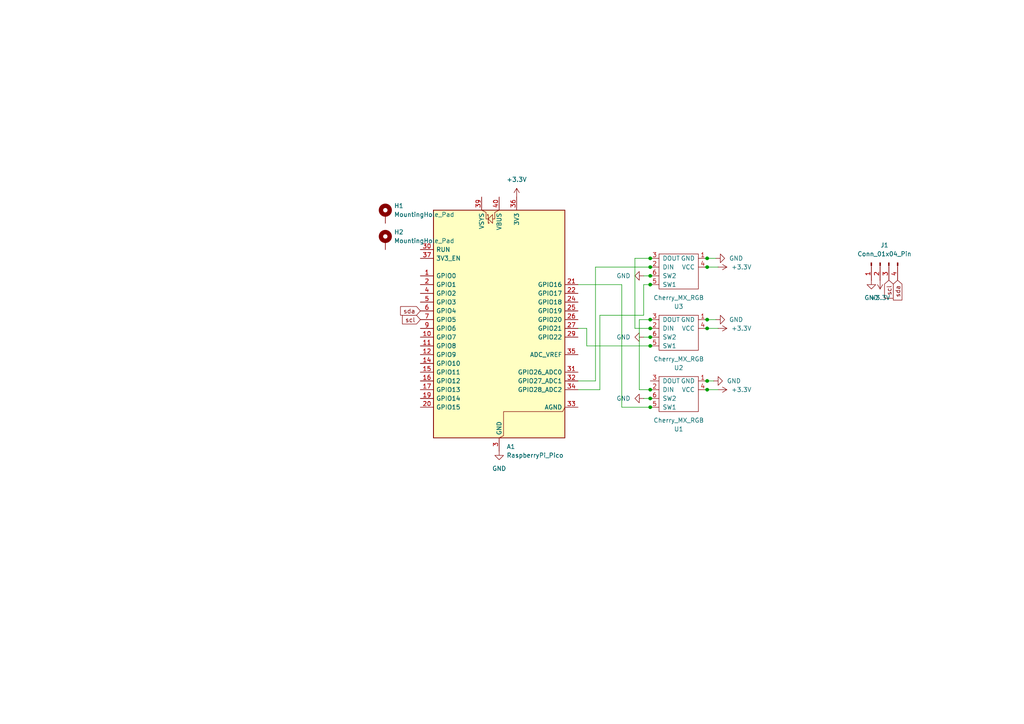
<source format=kicad_sch>
(kicad_sch
	(version 20250114)
	(generator "eeschema")
	(generator_version "9.0")
	(uuid "9f37996b-f65b-41d7-b02e-45f6c8b520b0")
	(paper "A4")
	(lib_symbols
		(symbol "Cherry_MX:Cherry_MX_RGB"
			(pin_names
				(offset 1.016)
			)
			(exclude_from_sim no)
			(in_bom yes)
			(on_board yes)
			(property "Reference" "U"
				(at -5.08 8.89 0)
				(effects
					(font
						(size 1.27 1.27)
					)
				)
			)
			(property "Value" "Cherry_MX_RGB"
				(at 0 -3.81 0)
				(effects
					(font
						(size 1.27 1.27)
					)
				)
			)
			(property "Footprint" ""
				(at 0 0 0)
				(effects
					(font
						(size 1.27 1.27)
					)
					(hide yes)
				)
			)
			(property "Datasheet" ""
				(at 0 0 0)
				(effects
					(font
						(size 1.27 1.27)
					)
					(hide yes)
				)
			)
			(property "Description" ""
				(at 0 0 0)
				(effects
					(font
						(size 1.27 1.27)
					)
					(hide yes)
				)
			)
			(symbol "Cherry_MX_RGB_0_1"
				(rectangle
					(start 5.715 -2.54)
					(end -5.715 7.62)
					(stroke
						(width 0)
						(type solid)
					)
					(fill
						(type none)
					)
				)
			)
			(symbol "Cherry_MX_RGB_1_1"
				(pin input line
					(at -8.255 1.27 0)
					(length 2.54)
					(name "VCC"
						(effects
							(font
								(size 1.27 1.27)
							)
						)
					)
					(number "4"
						(effects
							(font
								(size 1.27 1.27)
							)
						)
					)
				)
				(pin input line
					(at -8.255 -1.27 0)
					(length 2.54)
					(name "GND"
						(effects
							(font
								(size 1.27 1.27)
							)
						)
					)
					(number "1"
						(effects
							(font
								(size 1.27 1.27)
							)
						)
					)
				)
				(pin input line
					(at 8.255 6.35 180)
					(length 2.54)
					(name "SW1"
						(effects
							(font
								(size 1.27 1.27)
							)
						)
					)
					(number "5"
						(effects
							(font
								(size 1.27 1.27)
							)
						)
					)
				)
				(pin input line
					(at 8.255 3.81 180)
					(length 2.54)
					(name "SW2"
						(effects
							(font
								(size 1.27 1.27)
							)
						)
					)
					(number "6"
						(effects
							(font
								(size 1.27 1.27)
							)
						)
					)
				)
				(pin input line
					(at 8.255 1.27 180)
					(length 2.54)
					(name "DIN"
						(effects
							(font
								(size 1.27 1.27)
							)
						)
					)
					(number "2"
						(effects
							(font
								(size 1.27 1.27)
							)
						)
					)
				)
				(pin input line
					(at 8.255 -1.27 180)
					(length 2.54)
					(name "DOUT"
						(effects
							(font
								(size 1.27 1.27)
							)
						)
					)
					(number "3"
						(effects
							(font
								(size 1.27 1.27)
							)
						)
					)
				)
			)
			(embedded_fonts no)
		)
		(symbol "Connector:Conn_01x04_Pin"
			(pin_names
				(offset 1.016)
				(hide yes)
			)
			(exclude_from_sim no)
			(in_bom yes)
			(on_board yes)
			(property "Reference" "J"
				(at 0 5.08 0)
				(effects
					(font
						(size 1.27 1.27)
					)
				)
			)
			(property "Value" "Conn_01x04_Pin"
				(at 0 -7.62 0)
				(effects
					(font
						(size 1.27 1.27)
					)
				)
			)
			(property "Footprint" ""
				(at 0 0 0)
				(effects
					(font
						(size 1.27 1.27)
					)
					(hide yes)
				)
			)
			(property "Datasheet" "~"
				(at 0 0 0)
				(effects
					(font
						(size 1.27 1.27)
					)
					(hide yes)
				)
			)
			(property "Description" "Generic connector, single row, 01x04, script generated"
				(at 0 0 0)
				(effects
					(font
						(size 1.27 1.27)
					)
					(hide yes)
				)
			)
			(property "ki_locked" ""
				(at 0 0 0)
				(effects
					(font
						(size 1.27 1.27)
					)
				)
			)
			(property "ki_keywords" "connector"
				(at 0 0 0)
				(effects
					(font
						(size 1.27 1.27)
					)
					(hide yes)
				)
			)
			(property "ki_fp_filters" "Connector*:*_1x??_*"
				(at 0 0 0)
				(effects
					(font
						(size 1.27 1.27)
					)
					(hide yes)
				)
			)
			(symbol "Conn_01x04_Pin_1_1"
				(rectangle
					(start 0.8636 2.667)
					(end 0 2.413)
					(stroke
						(width 0.1524)
						(type default)
					)
					(fill
						(type outline)
					)
				)
				(rectangle
					(start 0.8636 0.127)
					(end 0 -0.127)
					(stroke
						(width 0.1524)
						(type default)
					)
					(fill
						(type outline)
					)
				)
				(rectangle
					(start 0.8636 -2.413)
					(end 0 -2.667)
					(stroke
						(width 0.1524)
						(type default)
					)
					(fill
						(type outline)
					)
				)
				(rectangle
					(start 0.8636 -4.953)
					(end 0 -5.207)
					(stroke
						(width 0.1524)
						(type default)
					)
					(fill
						(type outline)
					)
				)
				(polyline
					(pts
						(xy 1.27 2.54) (xy 0.8636 2.54)
					)
					(stroke
						(width 0.1524)
						(type default)
					)
					(fill
						(type none)
					)
				)
				(polyline
					(pts
						(xy 1.27 0) (xy 0.8636 0)
					)
					(stroke
						(width 0.1524)
						(type default)
					)
					(fill
						(type none)
					)
				)
				(polyline
					(pts
						(xy 1.27 -2.54) (xy 0.8636 -2.54)
					)
					(stroke
						(width 0.1524)
						(type default)
					)
					(fill
						(type none)
					)
				)
				(polyline
					(pts
						(xy 1.27 -5.08) (xy 0.8636 -5.08)
					)
					(stroke
						(width 0.1524)
						(type default)
					)
					(fill
						(type none)
					)
				)
				(pin passive line
					(at 5.08 2.54 180)
					(length 3.81)
					(name "Pin_1"
						(effects
							(font
								(size 1.27 1.27)
							)
						)
					)
					(number "1"
						(effects
							(font
								(size 1.27 1.27)
							)
						)
					)
				)
				(pin passive line
					(at 5.08 0 180)
					(length 3.81)
					(name "Pin_2"
						(effects
							(font
								(size 1.27 1.27)
							)
						)
					)
					(number "2"
						(effects
							(font
								(size 1.27 1.27)
							)
						)
					)
				)
				(pin passive line
					(at 5.08 -2.54 180)
					(length 3.81)
					(name "Pin_3"
						(effects
							(font
								(size 1.27 1.27)
							)
						)
					)
					(number "3"
						(effects
							(font
								(size 1.27 1.27)
							)
						)
					)
				)
				(pin passive line
					(at 5.08 -5.08 180)
					(length 3.81)
					(name "Pin_4"
						(effects
							(font
								(size 1.27 1.27)
							)
						)
					)
					(number "4"
						(effects
							(font
								(size 1.27 1.27)
							)
						)
					)
				)
			)
			(embedded_fonts no)
		)
		(symbol "MCU_Module:RaspberryPi_Pico"
			(pin_names
				(offset 0.762)
			)
			(exclude_from_sim no)
			(in_bom yes)
			(on_board yes)
			(property "Reference" "A"
				(at -19.05 35.56 0)
				(effects
					(font
						(size 1.27 1.27)
					)
					(justify left)
				)
			)
			(property "Value" "RaspberryPi_Pico"
				(at 7.62 35.56 0)
				(effects
					(font
						(size 1.27 1.27)
					)
					(justify left)
				)
			)
			(property "Footprint" "Module:RaspberryPi_Pico_Common_Unspecified"
				(at 0 -46.99 0)
				(effects
					(font
						(size 1.27 1.27)
					)
					(hide yes)
				)
			)
			(property "Datasheet" "https://datasheets.raspberrypi.com/pico/pico-datasheet.pdf"
				(at 0 -49.53 0)
				(effects
					(font
						(size 1.27 1.27)
					)
					(hide yes)
				)
			)
			(property "Description" "Versatile and inexpensive microcontroller module powered by RP2040 dual-core Arm Cortex-M0+ processor up to 133 MHz, 264kB SRAM, 2MB QSPI flash; also supports Raspberry Pi Pico 2"
				(at 0 -52.07 0)
				(effects
					(font
						(size 1.27 1.27)
					)
					(hide yes)
				)
			)
			(property "ki_keywords" "RP2350A M33 RISC-V Hazard3 usb"
				(at 0 0 0)
				(effects
					(font
						(size 1.27 1.27)
					)
					(hide yes)
				)
			)
			(property "ki_fp_filters" "RaspberryPi?Pico?Common* RaspberryPi?Pico?SMD*"
				(at 0 0 0)
				(effects
					(font
						(size 1.27 1.27)
					)
					(hide yes)
				)
			)
			(symbol "RaspberryPi_Pico_0_1"
				(rectangle
					(start -19.05 34.29)
					(end 19.05 -31.75)
					(stroke
						(width 0.254)
						(type default)
					)
					(fill
						(type background)
					)
				)
				(polyline
					(pts
						(xy -5.08 34.29) (xy -3.81 33.655) (xy -3.81 31.75) (xy -3.175 31.75)
					)
					(stroke
						(width 0)
						(type default)
					)
					(fill
						(type none)
					)
				)
				(polyline
					(pts
						(xy -3.429 32.766) (xy -3.429 33.02) (xy -3.175 33.02) (xy -3.175 30.48) (xy -2.921 30.48) (xy -2.921 30.734)
					)
					(stroke
						(width 0)
						(type default)
					)
					(fill
						(type none)
					)
				)
				(polyline
					(pts
						(xy -3.175 31.75) (xy -1.905 33.02) (xy -1.905 30.48) (xy -3.175 31.75)
					)
					(stroke
						(width 0)
						(type default)
					)
					(fill
						(type none)
					)
				)
				(polyline
					(pts
						(xy 0 34.29) (xy -1.27 33.655) (xy -1.27 31.75) (xy -1.905 31.75)
					)
					(stroke
						(width 0)
						(type default)
					)
					(fill
						(type none)
					)
				)
				(polyline
					(pts
						(xy 0 -31.75) (xy 1.27 -31.115) (xy 1.27 -24.13) (xy 18.415 -24.13) (xy 19.05 -22.86)
					)
					(stroke
						(width 0)
						(type default)
					)
					(fill
						(type none)
					)
				)
			)
			(symbol "RaspberryPi_Pico_1_1"
				(pin passive line
					(at -22.86 22.86 0)
					(length 3.81)
					(name "RUN"
						(effects
							(font
								(size 1.27 1.27)
							)
						)
					)
					(number "30"
						(effects
							(font
								(size 1.27 1.27)
							)
						)
					)
					(alternate "~{RESET}" passive line)
				)
				(pin passive line
					(at -22.86 20.32 0)
					(length 3.81)
					(name "3V3_EN"
						(effects
							(font
								(size 1.27 1.27)
							)
						)
					)
					(number "37"
						(effects
							(font
								(size 1.27 1.27)
							)
						)
					)
					(alternate "~{3V3_DISABLE}" passive line)
				)
				(pin bidirectional line
					(at -22.86 15.24 0)
					(length 3.81)
					(name "GPIO0"
						(effects
							(font
								(size 1.27 1.27)
							)
						)
					)
					(number "1"
						(effects
							(font
								(size 1.27 1.27)
							)
						)
					)
					(alternate "I2C0_SDA" bidirectional line)
					(alternate "PWM0_A" output line)
					(alternate "SPI0_RX" input line)
					(alternate "UART0_TX" output line)
					(alternate "USB_OVCUR_DET" input line)
				)
				(pin bidirectional line
					(at -22.86 12.7 0)
					(length 3.81)
					(name "GPIO1"
						(effects
							(font
								(size 1.27 1.27)
							)
						)
					)
					(number "2"
						(effects
							(font
								(size 1.27 1.27)
							)
						)
					)
					(alternate "I2C0_SCL" bidirectional clock)
					(alternate "PWM0_B" bidirectional line)
					(alternate "UART0_RX" input line)
					(alternate "USB_VBUS_DET" passive line)
					(alternate "~{SPI0_CSn}" bidirectional line)
				)
				(pin bidirectional line
					(at -22.86 10.16 0)
					(length 3.81)
					(name "GPIO2"
						(effects
							(font
								(size 1.27 1.27)
							)
						)
					)
					(number "4"
						(effects
							(font
								(size 1.27 1.27)
							)
						)
					)
					(alternate "I2C1_SDA" bidirectional line)
					(alternate "PWM1_A" output line)
					(alternate "SPI0_SCK" bidirectional clock)
					(alternate "UART0_CTS" input line)
					(alternate "USB_VBUS_EN" output line)
				)
				(pin bidirectional line
					(at -22.86 7.62 0)
					(length 3.81)
					(name "GPIO3"
						(effects
							(font
								(size 1.27 1.27)
							)
						)
					)
					(number "5"
						(effects
							(font
								(size 1.27 1.27)
							)
						)
					)
					(alternate "I2C1_SCL" bidirectional clock)
					(alternate "PWM1_B" bidirectional line)
					(alternate "SPI0_TX" output line)
					(alternate "UART0_RTS" output line)
					(alternate "USB_OVCUR_DET" input line)
				)
				(pin bidirectional line
					(at -22.86 5.08 0)
					(length 3.81)
					(name "GPIO4"
						(effects
							(font
								(size 1.27 1.27)
							)
						)
					)
					(number "6"
						(effects
							(font
								(size 1.27 1.27)
							)
						)
					)
					(alternate "I2C0_SDA" bidirectional line)
					(alternate "PWM2_A" output line)
					(alternate "SPI0_RX" input line)
					(alternate "UART1_TX" output line)
					(alternate "USB_VBUS_DET" input line)
				)
				(pin bidirectional line
					(at -22.86 2.54 0)
					(length 3.81)
					(name "GPIO5"
						(effects
							(font
								(size 1.27 1.27)
							)
						)
					)
					(number "7"
						(effects
							(font
								(size 1.27 1.27)
							)
						)
					)
					(alternate "I2C0_SCL" bidirectional clock)
					(alternate "PWM2_B" bidirectional line)
					(alternate "UART1_RX" input line)
					(alternate "USB_VBUS_EN" output line)
					(alternate "~{SPI0_CSn}" bidirectional line)
				)
				(pin bidirectional line
					(at -22.86 0 0)
					(length 3.81)
					(name "GPIO6"
						(effects
							(font
								(size 1.27 1.27)
							)
						)
					)
					(number "9"
						(effects
							(font
								(size 1.27 1.27)
							)
						)
					)
					(alternate "I2C1_SDA" bidirectional line)
					(alternate "PWM3_A" output line)
					(alternate "SPI0_SCK" bidirectional clock)
					(alternate "UART1_CTS" input line)
					(alternate "USB_OVCUR_DET" input line)
				)
				(pin bidirectional line
					(at -22.86 -2.54 0)
					(length 3.81)
					(name "GPIO7"
						(effects
							(font
								(size 1.27 1.27)
							)
						)
					)
					(number "10"
						(effects
							(font
								(size 1.27 1.27)
							)
						)
					)
					(alternate "I2C1_SCL" bidirectional clock)
					(alternate "PWM3_B" bidirectional line)
					(alternate "SPI0_TX" output line)
					(alternate "UART1_RTS" output line)
					(alternate "USB_VBUS_DET" input line)
				)
				(pin bidirectional line
					(at -22.86 -5.08 0)
					(length 3.81)
					(name "GPIO8"
						(effects
							(font
								(size 1.27 1.27)
							)
						)
					)
					(number "11"
						(effects
							(font
								(size 1.27 1.27)
							)
						)
					)
					(alternate "I2C0_SDA" bidirectional line)
					(alternate "PWM4_A" output line)
					(alternate "SPI1_RX" input line)
					(alternate "UART1_TX" output line)
					(alternate "USB_VBUS_EN" output line)
				)
				(pin bidirectional line
					(at -22.86 -7.62 0)
					(length 3.81)
					(name "GPIO9"
						(effects
							(font
								(size 1.27 1.27)
							)
						)
					)
					(number "12"
						(effects
							(font
								(size 1.27 1.27)
							)
						)
					)
					(alternate "I2C0_SCL" bidirectional clock)
					(alternate "PWM4_B" bidirectional line)
					(alternate "UART1_RX" input line)
					(alternate "USB_OVCUR_DET" input line)
					(alternate "~{SPI1_CSn}" bidirectional line)
				)
				(pin bidirectional line
					(at -22.86 -10.16 0)
					(length 3.81)
					(name "GPIO10"
						(effects
							(font
								(size 1.27 1.27)
							)
						)
					)
					(number "14"
						(effects
							(font
								(size 1.27 1.27)
							)
						)
					)
					(alternate "I2C1_SDA" bidirectional line)
					(alternate "PWM5_A" output line)
					(alternate "SPI1_SCK" bidirectional clock)
					(alternate "UART1_CTS" input line)
					(alternate "USB_VBUS_DET" input line)
				)
				(pin bidirectional line
					(at -22.86 -12.7 0)
					(length 3.81)
					(name "GPIO11"
						(effects
							(font
								(size 1.27 1.27)
							)
						)
					)
					(number "15"
						(effects
							(font
								(size 1.27 1.27)
							)
						)
					)
					(alternate "I2C1_SCL" bidirectional clock)
					(alternate "PWM5_B" bidirectional line)
					(alternate "SPI1_TX" output line)
					(alternate "UART1_RTS" output line)
					(alternate "USB_VBUS_EN" output line)
				)
				(pin bidirectional line
					(at -22.86 -15.24 0)
					(length 3.81)
					(name "GPIO12"
						(effects
							(font
								(size 1.27 1.27)
							)
						)
					)
					(number "16"
						(effects
							(font
								(size 1.27 1.27)
							)
						)
					)
					(alternate "I2C0_SDA" bidirectional line)
					(alternate "PWM6_A" output line)
					(alternate "SPI1_RX" input line)
					(alternate "UART0_TX" output line)
					(alternate "USB_OVCUR_DET" input line)
				)
				(pin bidirectional line
					(at -22.86 -17.78 0)
					(length 3.81)
					(name "GPIO13"
						(effects
							(font
								(size 1.27 1.27)
							)
						)
					)
					(number "17"
						(effects
							(font
								(size 1.27 1.27)
							)
						)
					)
					(alternate "I2C0_SCL" bidirectional clock)
					(alternate "PWM6_B" bidirectional line)
					(alternate "UART0_RX" input line)
					(alternate "USB_VBUS_DET" input line)
					(alternate "~{SPI1_CSn}" bidirectional line)
				)
				(pin bidirectional line
					(at -22.86 -20.32 0)
					(length 3.81)
					(name "GPIO14"
						(effects
							(font
								(size 1.27 1.27)
							)
						)
					)
					(number "19"
						(effects
							(font
								(size 1.27 1.27)
							)
						)
					)
					(alternate "I2C1_SDA" bidirectional line)
					(alternate "PWM7_A" output line)
					(alternate "SPI1_SCK" bidirectional clock)
					(alternate "UART0_CTS" input line)
					(alternate "USB_VBUS_EN" output line)
				)
				(pin bidirectional line
					(at -22.86 -22.86 0)
					(length 3.81)
					(name "GPIO15"
						(effects
							(font
								(size 1.27 1.27)
							)
						)
					)
					(number "20"
						(effects
							(font
								(size 1.27 1.27)
							)
						)
					)
					(alternate "I2C1_SCL" bidirectional clock)
					(alternate "PWM7_B" bidirectional line)
					(alternate "SPI1_TX" output line)
					(alternate "UART0_RTS" output line)
					(alternate "USB_OVCUR_DET" input line)
				)
				(pin power_in line
					(at -5.08 38.1 270)
					(length 3.81)
					(name "VSYS"
						(effects
							(font
								(size 1.27 1.27)
							)
						)
					)
					(number "39"
						(effects
							(font
								(size 1.27 1.27)
							)
						)
					)
					(alternate "VSYS_OUT" power_out line)
				)
				(pin power_out line
					(at 0 38.1 270)
					(length 3.81)
					(name "VBUS"
						(effects
							(font
								(size 1.27 1.27)
							)
						)
					)
					(number "40"
						(effects
							(font
								(size 1.27 1.27)
							)
						)
					)
					(alternate "VBUS_IN" power_in line)
				)
				(pin passive line
					(at 0 -35.56 90)
					(length 3.81)
					(hide yes)
					(name "GND"
						(effects
							(font
								(size 1.27 1.27)
							)
						)
					)
					(number "13"
						(effects
							(font
								(size 1.27 1.27)
							)
						)
					)
				)
				(pin passive line
					(at 0 -35.56 90)
					(length 3.81)
					(hide yes)
					(name "GND"
						(effects
							(font
								(size 1.27 1.27)
							)
						)
					)
					(number "18"
						(effects
							(font
								(size 1.27 1.27)
							)
						)
					)
				)
				(pin passive line
					(at 0 -35.56 90)
					(length 3.81)
					(hide yes)
					(name "GND"
						(effects
							(font
								(size 1.27 1.27)
							)
						)
					)
					(number "23"
						(effects
							(font
								(size 1.27 1.27)
							)
						)
					)
				)
				(pin passive line
					(at 0 -35.56 90)
					(length 3.81)
					(hide yes)
					(name "GND"
						(effects
							(font
								(size 1.27 1.27)
							)
						)
					)
					(number "28"
						(effects
							(font
								(size 1.27 1.27)
							)
						)
					)
				)
				(pin power_out line
					(at 0 -35.56 90)
					(length 3.81)
					(name "GND"
						(effects
							(font
								(size 1.27 1.27)
							)
						)
					)
					(number "3"
						(effects
							(font
								(size 1.27 1.27)
							)
						)
					)
					(alternate "GND_IN" power_in line)
				)
				(pin passive line
					(at 0 -35.56 90)
					(length 3.81)
					(hide yes)
					(name "GND"
						(effects
							(font
								(size 1.27 1.27)
							)
						)
					)
					(number "38"
						(effects
							(font
								(size 1.27 1.27)
							)
						)
					)
				)
				(pin passive line
					(at 0 -35.56 90)
					(length 3.81)
					(hide yes)
					(name "GND"
						(effects
							(font
								(size 1.27 1.27)
							)
						)
					)
					(number "8"
						(effects
							(font
								(size 1.27 1.27)
							)
						)
					)
				)
				(pin power_out line
					(at 5.08 38.1 270)
					(length 3.81)
					(name "3V3"
						(effects
							(font
								(size 1.27 1.27)
							)
						)
					)
					(number "36"
						(effects
							(font
								(size 1.27 1.27)
							)
						)
					)
				)
				(pin bidirectional line
					(at 22.86 12.7 180)
					(length 3.81)
					(name "GPIO16"
						(effects
							(font
								(size 1.27 1.27)
							)
						)
					)
					(number "21"
						(effects
							(font
								(size 1.27 1.27)
							)
						)
					)
					(alternate "I2C0_SDA" bidirectional line)
					(alternate "PWM0_A" output line)
					(alternate "SPI0_RX" input line)
					(alternate "UART0_TX" output line)
					(alternate "USB_VBUS_DET" input line)
				)
				(pin bidirectional line
					(at 22.86 10.16 180)
					(length 3.81)
					(name "GPIO17"
						(effects
							(font
								(size 1.27 1.27)
							)
						)
					)
					(number "22"
						(effects
							(font
								(size 1.27 1.27)
							)
						)
					)
					(alternate "I2C0_SCL" bidirectional clock)
					(alternate "PWM0_B" bidirectional line)
					(alternate "UART0_RX" input line)
					(alternate "USB_VBUS_EN" output line)
					(alternate "~{SPI0_CSn}" bidirectional line)
				)
				(pin bidirectional line
					(at 22.86 7.62 180)
					(length 3.81)
					(name "GPIO18"
						(effects
							(font
								(size 1.27 1.27)
							)
						)
					)
					(number "24"
						(effects
							(font
								(size 1.27 1.27)
							)
						)
					)
					(alternate "I2C1_SDA" bidirectional line)
					(alternate "PWM1_A" output line)
					(alternate "SPI0_SCK" bidirectional clock)
					(alternate "UART0_CTS" input line)
					(alternate "USB_OVCUR_DET" input line)
				)
				(pin bidirectional line
					(at 22.86 5.08 180)
					(length 3.81)
					(name "GPIO19"
						(effects
							(font
								(size 1.27 1.27)
							)
						)
					)
					(number "25"
						(effects
							(font
								(size 1.27 1.27)
							)
						)
					)
					(alternate "I2C1_SCL" bidirectional clock)
					(alternate "PWM1_B" bidirectional line)
					(alternate "SPI0_TX" output line)
					(alternate "UART0_RTS" output line)
					(alternate "USB_VBUS_DET" input line)
				)
				(pin bidirectional line
					(at 22.86 2.54 180)
					(length 3.81)
					(name "GPIO20"
						(effects
							(font
								(size 1.27 1.27)
							)
						)
					)
					(number "26"
						(effects
							(font
								(size 1.27 1.27)
							)
						)
					)
					(alternate "CLOCK_GPIN0" input clock)
					(alternate "I2C0_SDA" bidirectional line)
					(alternate "PWM2_A" output line)
					(alternate "SPI0_RX" input line)
					(alternate "UART1_TX" output line)
					(alternate "USB_VBUS_EN" output line)
				)
				(pin bidirectional line
					(at 22.86 0 180)
					(length 3.81)
					(name "GPIO21"
						(effects
							(font
								(size 1.27 1.27)
							)
						)
					)
					(number "27"
						(effects
							(font
								(size 1.27 1.27)
							)
						)
					)
					(alternate "CLOCK_GPOUT0" output clock)
					(alternate "I2C0_SCL" bidirectional clock)
					(alternate "PWM2_B" bidirectional line)
					(alternate "UART1_RX" input line)
					(alternate "USB_OVCUR_DET" input line)
					(alternate "~{SPI0_CSn}" bidirectional line)
				)
				(pin bidirectional line
					(at 22.86 -2.54 180)
					(length 3.81)
					(name "GPIO22"
						(effects
							(font
								(size 1.27 1.27)
							)
						)
					)
					(number "29"
						(effects
							(font
								(size 1.27 1.27)
							)
						)
					)
					(alternate "CLOCK_GPIN1" input clock)
					(alternate "I2C1_SDA" bidirectional line)
					(alternate "PWM3_A" output line)
					(alternate "SPI0_SCK" bidirectional clock)
					(alternate "UART1_CTS" input line)
					(alternate "USB_VBUS_DET" input line)
				)
				(pin power_in line
					(at 22.86 -7.62 180)
					(length 3.81)
					(name "ADC_VREF"
						(effects
							(font
								(size 1.27 1.27)
							)
						)
					)
					(number "35"
						(effects
							(font
								(size 1.27 1.27)
							)
						)
					)
				)
				(pin bidirectional line
					(at 22.86 -12.7 180)
					(length 3.81)
					(name "GPIO26_ADC0"
						(effects
							(font
								(size 1.27 1.27)
							)
						)
					)
					(number "31"
						(effects
							(font
								(size 1.27 1.27)
							)
						)
					)
					(alternate "ADC0" input line)
					(alternate "GPIO26" bidirectional line)
					(alternate "I2C1_SDA" bidirectional line)
					(alternate "PWM5_A" output line)
					(alternate "SPI1_SCK" bidirectional clock)
					(alternate "UART1_CTS" input line)
					(alternate "USB_VBUS_EN" output line)
				)
				(pin bidirectional line
					(at 22.86 -15.24 180)
					(length 3.81)
					(name "GPIO27_ADC1"
						(effects
							(font
								(size 1.27 1.27)
							)
						)
					)
					(number "32"
						(effects
							(font
								(size 1.27 1.27)
							)
						)
					)
					(alternate "ADC1" input line)
					(alternate "GPIO27" bidirectional line)
					(alternate "I2C1_SCL" bidirectional clock)
					(alternate "PWM5_B" bidirectional line)
					(alternate "SPI1_TX" output line)
					(alternate "UART1_RTS" output line)
					(alternate "USB_OVCUR_DET" input line)
				)
				(pin bidirectional line
					(at 22.86 -17.78 180)
					(length 3.81)
					(name "GPIO28_ADC2"
						(effects
							(font
								(size 1.27 1.27)
							)
						)
					)
					(number "34"
						(effects
							(font
								(size 1.27 1.27)
							)
						)
					)
					(alternate "ADC2" input line)
					(alternate "GPIO28" bidirectional line)
					(alternate "I2C0_SDA" bidirectional line)
					(alternate "PWM6_A" output line)
					(alternate "SPI1_RX" input line)
					(alternate "UART0_TX" output line)
					(alternate "USB_VBUS_DET" input line)
				)
				(pin power_out line
					(at 22.86 -22.86 180)
					(length 3.81)
					(name "AGND"
						(effects
							(font
								(size 1.27 1.27)
							)
						)
					)
					(number "33"
						(effects
							(font
								(size 1.27 1.27)
							)
						)
					)
					(alternate "GND" passive line)
				)
			)
			(embedded_fonts no)
		)
		(symbol "Mechanical:MountingHole_Pad"
			(pin_numbers
				(hide yes)
			)
			(pin_names
				(offset 1.016)
				(hide yes)
			)
			(exclude_from_sim no)
			(in_bom no)
			(on_board yes)
			(property "Reference" "H"
				(at 0 6.35 0)
				(effects
					(font
						(size 1.27 1.27)
					)
				)
			)
			(property "Value" "MountingHole_Pad"
				(at 0 4.445 0)
				(effects
					(font
						(size 1.27 1.27)
					)
				)
			)
			(property "Footprint" ""
				(at 0 0 0)
				(effects
					(font
						(size 1.27 1.27)
					)
					(hide yes)
				)
			)
			(property "Datasheet" "~"
				(at 0 0 0)
				(effects
					(font
						(size 1.27 1.27)
					)
					(hide yes)
				)
			)
			(property "Description" "Mounting Hole with connection"
				(at 0 0 0)
				(effects
					(font
						(size 1.27 1.27)
					)
					(hide yes)
				)
			)
			(property "ki_keywords" "mounting hole"
				(at 0 0 0)
				(effects
					(font
						(size 1.27 1.27)
					)
					(hide yes)
				)
			)
			(property "ki_fp_filters" "MountingHole*Pad*"
				(at 0 0 0)
				(effects
					(font
						(size 1.27 1.27)
					)
					(hide yes)
				)
			)
			(symbol "MountingHole_Pad_0_1"
				(circle
					(center 0 1.27)
					(radius 1.27)
					(stroke
						(width 1.27)
						(type default)
					)
					(fill
						(type none)
					)
				)
			)
			(symbol "MountingHole_Pad_1_1"
				(pin input line
					(at 0 -2.54 90)
					(length 2.54)
					(name "1"
						(effects
							(font
								(size 1.27 1.27)
							)
						)
					)
					(number "1"
						(effects
							(font
								(size 1.27 1.27)
							)
						)
					)
				)
			)
			(embedded_fonts no)
		)
		(symbol "power:+3.3V"
			(power)
			(pin_numbers
				(hide yes)
			)
			(pin_names
				(offset 0)
				(hide yes)
			)
			(exclude_from_sim no)
			(in_bom yes)
			(on_board yes)
			(property "Reference" "#PWR"
				(at 0 -3.81 0)
				(effects
					(font
						(size 1.27 1.27)
					)
					(hide yes)
				)
			)
			(property "Value" "+3.3V"
				(at 0 3.556 0)
				(effects
					(font
						(size 1.27 1.27)
					)
				)
			)
			(property "Footprint" ""
				(at 0 0 0)
				(effects
					(font
						(size 1.27 1.27)
					)
					(hide yes)
				)
			)
			(property "Datasheet" ""
				(at 0 0 0)
				(effects
					(font
						(size 1.27 1.27)
					)
					(hide yes)
				)
			)
			(property "Description" "Power symbol creates a global label with name \"+3.3V\""
				(at 0 0 0)
				(effects
					(font
						(size 1.27 1.27)
					)
					(hide yes)
				)
			)
			(property "ki_keywords" "global power"
				(at 0 0 0)
				(effects
					(font
						(size 1.27 1.27)
					)
					(hide yes)
				)
			)
			(symbol "+3.3V_0_1"
				(polyline
					(pts
						(xy -0.762 1.27) (xy 0 2.54)
					)
					(stroke
						(width 0)
						(type default)
					)
					(fill
						(type none)
					)
				)
				(polyline
					(pts
						(xy 0 2.54) (xy 0.762 1.27)
					)
					(stroke
						(width 0)
						(type default)
					)
					(fill
						(type none)
					)
				)
				(polyline
					(pts
						(xy 0 0) (xy 0 2.54)
					)
					(stroke
						(width 0)
						(type default)
					)
					(fill
						(type none)
					)
				)
			)
			(symbol "+3.3V_1_1"
				(pin power_in line
					(at 0 0 90)
					(length 0)
					(name "~"
						(effects
							(font
								(size 1.27 1.27)
							)
						)
					)
					(number "1"
						(effects
							(font
								(size 1.27 1.27)
							)
						)
					)
				)
			)
			(embedded_fonts no)
		)
		(symbol "power:GND"
			(power)
			(pin_numbers
				(hide yes)
			)
			(pin_names
				(offset 0)
				(hide yes)
			)
			(exclude_from_sim no)
			(in_bom yes)
			(on_board yes)
			(property "Reference" "#PWR"
				(at 0 -6.35 0)
				(effects
					(font
						(size 1.27 1.27)
					)
					(hide yes)
				)
			)
			(property "Value" "GND"
				(at 0 -3.81 0)
				(effects
					(font
						(size 1.27 1.27)
					)
				)
			)
			(property "Footprint" ""
				(at 0 0 0)
				(effects
					(font
						(size 1.27 1.27)
					)
					(hide yes)
				)
			)
			(property "Datasheet" ""
				(at 0 0 0)
				(effects
					(font
						(size 1.27 1.27)
					)
					(hide yes)
				)
			)
			(property "Description" "Power symbol creates a global label with name \"GND\" , ground"
				(at 0 0 0)
				(effects
					(font
						(size 1.27 1.27)
					)
					(hide yes)
				)
			)
			(property "ki_keywords" "global power"
				(at 0 0 0)
				(effects
					(font
						(size 1.27 1.27)
					)
					(hide yes)
				)
			)
			(symbol "GND_0_1"
				(polyline
					(pts
						(xy 0 0) (xy 0 -1.27) (xy 1.27 -1.27) (xy 0 -2.54) (xy -1.27 -1.27) (xy 0 -1.27)
					)
					(stroke
						(width 0)
						(type default)
					)
					(fill
						(type none)
					)
				)
			)
			(symbol "GND_1_1"
				(pin power_in line
					(at 0 0 270)
					(length 0)
					(name "~"
						(effects
							(font
								(size 1.27 1.27)
							)
						)
					)
					(number "1"
						(effects
							(font
								(size 1.27 1.27)
							)
						)
					)
				)
			)
			(embedded_fonts no)
		)
	)
	(junction
		(at 188.595 100.33)
		(diameter 0)
		(color 0 0 0 0)
		(uuid "05d6d8cc-6fd2-4594-acf5-b59007a88e63")
	)
	(junction
		(at 188.595 118.11)
		(diameter 0)
		(color 0 0 0 0)
		(uuid "0b91825a-b5ad-4841-b3ec-bd56c44d5792")
	)
	(junction
		(at 205.105 92.71)
		(diameter 0)
		(color 0 0 0 0)
		(uuid "1092581b-a124-4b93-bcdf-cf8687233f25")
	)
	(junction
		(at 205.105 95.25)
		(diameter 0)
		(color 0 0 0 0)
		(uuid "23f0642c-c476-4c77-8630-1818a44148cb")
	)
	(junction
		(at 188.595 115.57)
		(diameter 0)
		(color 0 0 0 0)
		(uuid "2f1563be-d4f8-4bbb-8d68-6530851458ba")
	)
	(junction
		(at 188.595 113.03)
		(diameter 0)
		(color 0 0 0 0)
		(uuid "30ed3235-65c6-4523-b960-1e4afad3a4f9")
	)
	(junction
		(at 205.105 110.49)
		(diameter 0)
		(color 0 0 0 0)
		(uuid "34578b53-cb6e-4593-b5af-78ca8cee13d6")
	)
	(junction
		(at 188.595 97.79)
		(diameter 0)
		(color 0 0 0 0)
		(uuid "42f1a007-cdf0-4fe9-aebf-3c8f84e70388")
	)
	(junction
		(at 205.105 77.47)
		(diameter 0)
		(color 0 0 0 0)
		(uuid "6ccde29a-50aa-40c1-ba7c-e04532be8d63")
	)
	(junction
		(at 188.595 92.71)
		(diameter 0)
		(color 0 0 0 0)
		(uuid "7aa791da-f002-464b-8f8a-4931ea85501a")
	)
	(junction
		(at 188.595 82.55)
		(diameter 0)
		(color 0 0 0 0)
		(uuid "83ec73e6-177f-446c-b8c9-71ab5661352d")
	)
	(junction
		(at 188.595 95.25)
		(diameter 0)
		(color 0 0 0 0)
		(uuid "94ef9c32-c513-49da-8e5f-c28bfbf3a1b8")
	)
	(junction
		(at 205.105 74.93)
		(diameter 0)
		(color 0 0 0 0)
		(uuid "a144fd0e-567d-4b35-85e2-aafe8d118f09")
	)
	(junction
		(at 188.595 77.47)
		(diameter 0)
		(color 0 0 0 0)
		(uuid "a1a155d4-d070-4cee-a5bc-4f4c24754e71")
	)
	(junction
		(at 188.595 74.93)
		(diameter 0)
		(color 0 0 0 0)
		(uuid "c0157b2c-f72a-4b38-b37f-9ff79fd3b829")
	)
	(junction
		(at 205.105 113.03)
		(diameter 0)
		(color 0 0 0 0)
		(uuid "c64c20cb-af37-4cc2-8db5-d040c9fabf4b")
	)
	(junction
		(at 188.595 80.01)
		(diameter 0)
		(color 0 0 0 0)
		(uuid "ff7d0b1c-2c12-4004-a29c-4c92080feac2")
	)
	(wire
		(pts
			(xy 205.105 95.25) (xy 208.28 95.25)
		)
		(stroke
			(width 0)
			(type default)
		)
		(uuid "00571d33-451d-4868-99bf-d2af8233f93a")
	)
	(wire
		(pts
			(xy 172.72 110.49) (xy 167.64 110.49)
		)
		(stroke
			(width 0)
			(type default)
		)
		(uuid "0168cb92-dda5-4470-92a8-3584d72bf1ce")
	)
	(wire
		(pts
			(xy 172.72 77.47) (xy 188.595 77.47)
		)
		(stroke
			(width 0)
			(type default)
		)
		(uuid "0670cb04-3404-4913-88e0-e042f4376858")
	)
	(wire
		(pts
			(xy 173.99 113.03) (xy 167.64 113.03)
		)
		(stroke
			(width 0)
			(type default)
		)
		(uuid "0db711a7-3bdf-4844-ace6-de9cb045abab")
	)
	(wire
		(pts
			(xy 185.42 113.03) (xy 188.595 113.03)
		)
		(stroke
			(width 0)
			(type default)
		)
		(uuid "15e8d48e-5603-4833-9378-7ddb479982f6")
	)
	(wire
		(pts
			(xy 188.595 82.55) (xy 186.69 82.55)
		)
		(stroke
			(width 0)
			(type default)
		)
		(uuid "1dc6433e-8c6c-4f05-adcb-d80bff263a43")
	)
	(wire
		(pts
			(xy 184.15 74.93) (xy 184.15 95.25)
		)
		(stroke
			(width 0)
			(type default)
		)
		(uuid "285f3993-9a61-4d3c-a344-acec095bc865")
	)
	(wire
		(pts
			(xy 204.47 110.49) (xy 205.105 110.49)
		)
		(stroke
			(width 0)
			(type default)
		)
		(uuid "3c5f6fab-3da9-480e-95bf-f56c58eb398f")
	)
	(wire
		(pts
			(xy 186.69 82.55) (xy 186.69 91.44)
		)
		(stroke
			(width 0)
			(type default)
		)
		(uuid "3de2cf0b-66da-42a9-871d-09f0b9e878aa")
	)
	(wire
		(pts
			(xy 205.105 110.49) (xy 207.01 110.49)
		)
		(stroke
			(width 0)
			(type default)
		)
		(uuid "442057a7-890e-49c3-8d49-9f0380e44d0d")
	)
	(wire
		(pts
			(xy 186.69 80.01) (xy 188.595 80.01)
		)
		(stroke
			(width 0)
			(type default)
		)
		(uuid "483def8e-b482-4e47-9372-313c89da11db")
	)
	(wire
		(pts
			(xy 170.18 95.25) (xy 167.64 95.25)
		)
		(stroke
			(width 0)
			(type default)
		)
		(uuid "48601af9-21a7-40eb-959a-f99962caf0c2")
	)
	(wire
		(pts
			(xy 189.23 92.71) (xy 188.595 92.71)
		)
		(stroke
			(width 0)
			(type default)
		)
		(uuid "50be7912-cade-43f2-8d6f-09210f6e1880")
	)
	(wire
		(pts
			(xy 189.23 100.33) (xy 188.595 100.33)
		)
		(stroke
			(width 0)
			(type default)
		)
		(uuid "5fb7a94a-3785-4d4a-b889-6d927079b27f")
	)
	(wire
		(pts
			(xy 188.595 97.79) (xy 189.23 97.79)
		)
		(stroke
			(width 0)
			(type default)
		)
		(uuid "63e7a1f0-f104-4cc8-bfcf-ddd8b3438415")
	)
	(wire
		(pts
			(xy 188.595 115.57) (xy 189.23 115.57)
		)
		(stroke
			(width 0)
			(type default)
		)
		(uuid "738bc9aa-2367-4f3a-bc2a-a7e76db8caa7")
	)
	(wire
		(pts
			(xy 185.42 92.71) (xy 185.42 113.03)
		)
		(stroke
			(width 0)
			(type default)
		)
		(uuid "75ebe268-409b-41e7-b76c-a1e8c6e4748f")
	)
	(wire
		(pts
			(xy 205.105 77.47) (xy 208.28 77.47)
		)
		(stroke
			(width 0)
			(type default)
		)
		(uuid "76cfaea7-1a6a-4334-a43a-718806456e1e")
	)
	(wire
		(pts
			(xy 204.47 77.47) (xy 205.105 77.47)
		)
		(stroke
			(width 0)
			(type default)
		)
		(uuid "7919ce88-47bd-486d-976f-3f7ed6395efd")
	)
	(wire
		(pts
			(xy 188.595 80.01) (xy 189.23 80.01)
		)
		(stroke
			(width 0)
			(type default)
		)
		(uuid "8692b013-75a8-4c3f-b278-898b5e9a8771")
	)
	(wire
		(pts
			(xy 188.595 113.03) (xy 189.23 113.03)
		)
		(stroke
			(width 0)
			(type default)
		)
		(uuid "87d1c371-098a-4769-89f9-a7750732ca25")
	)
	(wire
		(pts
			(xy 170.18 100.33) (xy 170.18 95.25)
		)
		(stroke
			(width 0)
			(type default)
		)
		(uuid "89fc5b00-2035-4abf-9a8f-ef102d31ead8")
	)
	(wire
		(pts
			(xy 180.34 118.11) (xy 180.34 82.55)
		)
		(stroke
			(width 0)
			(type default)
		)
		(uuid "8acf6c21-e285-4f4c-bc61-144d1d09db44")
	)
	(wire
		(pts
			(xy 204.47 95.25) (xy 205.105 95.25)
		)
		(stroke
			(width 0)
			(type default)
		)
		(uuid "8b5b3412-793d-46b7-9aa1-2e8e87814f8f")
	)
	(wire
		(pts
			(xy 189.23 82.55) (xy 188.595 82.55)
		)
		(stroke
			(width 0)
			(type default)
		)
		(uuid "90231569-b9fc-4a04-98aa-412ce41519e7")
	)
	(wire
		(pts
			(xy 188.595 74.93) (xy 184.15 74.93)
		)
		(stroke
			(width 0)
			(type default)
		)
		(uuid "995b4196-a6d0-4e5c-91bf-5ac9f6a86a83")
	)
	(wire
		(pts
			(xy 205.105 74.93) (xy 207.645 74.93)
		)
		(stroke
			(width 0)
			(type default)
		)
		(uuid "9b0e434e-f1e4-4691-ac35-ce1e6c199339")
	)
	(wire
		(pts
			(xy 172.72 77.47) (xy 172.72 110.49)
		)
		(stroke
			(width 0)
			(type default)
		)
		(uuid "a3dfc2e6-d597-42c5-b6f5-b57a4bb80f28")
	)
	(wire
		(pts
			(xy 205.105 92.71) (xy 207.645 92.71)
		)
		(stroke
			(width 0)
			(type default)
		)
		(uuid "a8707a1c-eaa3-4fba-8505-bba2655d9afc")
	)
	(wire
		(pts
			(xy 186.69 115.57) (xy 188.595 115.57)
		)
		(stroke
			(width 0)
			(type default)
		)
		(uuid "ab9087c1-199c-4d98-adec-4644611d9d4d")
	)
	(wire
		(pts
			(xy 204.47 113.03) (xy 205.105 113.03)
		)
		(stroke
			(width 0)
			(type default)
		)
		(uuid "b2ac26b1-e4c7-4bda-b8d3-cd649a0375bd")
	)
	(wire
		(pts
			(xy 189.23 118.11) (xy 188.595 118.11)
		)
		(stroke
			(width 0)
			(type default)
		)
		(uuid "b6bdce1c-aafc-4e67-ba38-586d332b15a4")
	)
	(wire
		(pts
			(xy 188.595 95.25) (xy 189.23 95.25)
		)
		(stroke
			(width 0)
			(type default)
		)
		(uuid "be4c2eae-37b4-40a5-8495-6d7b699d644b")
	)
	(wire
		(pts
			(xy 188.595 77.47) (xy 189.23 77.47)
		)
		(stroke
			(width 0)
			(type default)
		)
		(uuid "c4bb382e-a252-468c-99f7-bfa87553f106")
	)
	(wire
		(pts
			(xy 188.595 118.11) (xy 180.34 118.11)
		)
		(stroke
			(width 0)
			(type default)
		)
		(uuid "ca46558f-51c4-4bde-84a0-c8b9a5151e26")
	)
	(wire
		(pts
			(xy 205.105 113.03) (xy 208.28 113.03)
		)
		(stroke
			(width 0)
			(type default)
		)
		(uuid "cf009767-4cd5-4a6f-9f83-a62f5cbbcbd3")
	)
	(wire
		(pts
			(xy 184.15 95.25) (xy 188.595 95.25)
		)
		(stroke
			(width 0)
			(type default)
		)
		(uuid "d231997b-de40-4e3f-afdf-c92479d984a6")
	)
	(wire
		(pts
			(xy 188.595 100.33) (xy 170.18 100.33)
		)
		(stroke
			(width 0)
			(type default)
		)
		(uuid "d56bd40a-7109-4c45-aefa-1818f764a3dd")
	)
	(wire
		(pts
			(xy 188.595 92.71) (xy 185.42 92.71)
		)
		(stroke
			(width 0)
			(type default)
		)
		(uuid "d5c430f4-18f7-4374-afdd-51d43ac3906a")
	)
	(wire
		(pts
			(xy 204.47 92.71) (xy 205.105 92.71)
		)
		(stroke
			(width 0)
			(type default)
		)
		(uuid "e9d4bafb-ba4f-489b-aa7b-c5f7a383253e")
	)
	(wire
		(pts
			(xy 189.23 74.93) (xy 188.595 74.93)
		)
		(stroke
			(width 0)
			(type default)
		)
		(uuid "eeadd420-626e-49b4-8d16-54564c0be1a4")
	)
	(wire
		(pts
			(xy 204.47 74.93) (xy 205.105 74.93)
		)
		(stroke
			(width 0)
			(type default)
		)
		(uuid "effab025-eaa3-46e2-9cd2-2647392afc12")
	)
	(wire
		(pts
			(xy 180.34 82.55) (xy 167.64 82.55)
		)
		(stroke
			(width 0)
			(type default)
		)
		(uuid "f9077cc0-bc32-4763-983f-4c5e789c07a1")
	)
	(wire
		(pts
			(xy 186.69 91.44) (xy 173.99 91.44)
		)
		(stroke
			(width 0)
			(type default)
		)
		(uuid "fc6ceedc-450c-4984-9f1f-ce9554a1ed40")
	)
	(wire
		(pts
			(xy 186.69 97.79) (xy 188.595 97.79)
		)
		(stroke
			(width 0)
			(type default)
		)
		(uuid "fd173764-4c13-42c7-a081-b623a35aadfb")
	)
	(wire
		(pts
			(xy 173.99 91.44) (xy 173.99 113.03)
		)
		(stroke
			(width 0)
			(type default)
		)
		(uuid "fea6aeea-83dc-479f-a34d-31b400c127a7")
	)
	(global_label "sda"
		(shape input)
		(at 121.92 90.17 180)
		(fields_autoplaced yes)
		(effects
			(font
				(size 1.27 1.27)
			)
			(justify right)
		)
		(uuid "13ad60cb-672d-4c9f-ade5-f33d8097e450")
		(property "Intersheetrefs" "${INTERSHEET_REFS}"
			(at 115.6087 90.17 0)
			(effects
				(font
					(size 1.27 1.27)
				)
				(justify right)
				(hide yes)
			)
		)
	)
	(global_label "scl"
		(shape input)
		(at 257.81 81.28 270)
		(fields_autoplaced yes)
		(effects
			(font
				(size 1.27 1.27)
			)
			(justify right)
		)
		(uuid "88dfd701-fc61-4bc6-9e10-4bb86dd4151d")
		(property "Intersheetrefs" "${INTERSHEET_REFS}"
			(at 257.81 87.0471 90)
			(effects
				(font
					(size 1.27 1.27)
				)
				(justify right)
				(hide yes)
			)
		)
	)
	(global_label "sda"
		(shape input)
		(at 260.35 81.28 270)
		(fields_autoplaced yes)
		(effects
			(font
				(size 1.27 1.27)
			)
			(justify right)
		)
		(uuid "99678d69-0e49-45ef-9071-f302c9465d4c")
		(property "Intersheetrefs" "${INTERSHEET_REFS}"
			(at 260.35 87.5913 90)
			(effects
				(font
					(size 1.27 1.27)
				)
				(justify right)
				(hide yes)
			)
		)
	)
	(global_label "scl"
		(shape input)
		(at 121.92 92.71 180)
		(fields_autoplaced yes)
		(effects
			(font
				(size 1.27 1.27)
			)
			(justify right)
		)
		(uuid "c15b74cd-f874-44bc-bee0-0a89dfabf413")
		(property "Intersheetrefs" "${INTERSHEET_REFS}"
			(at 116.1529 92.71 0)
			(effects
				(font
					(size 1.27 1.27)
				)
				(justify right)
				(hide yes)
			)
		)
	)
	(symbol
		(lib_id "MCU_Module:RaspberryPi_Pico")
		(at 144.78 95.25 0)
		(unit 1)
		(exclude_from_sim no)
		(in_bom yes)
		(on_board yes)
		(dnp no)
		(fields_autoplaced yes)
		(uuid "13bb2e3a-e854-4d40-820a-bae1d5b222aa")
		(property "Reference" "A1"
			(at 146.9233 129.54 0)
			(effects
				(font
					(size 1.27 1.27)
				)
				(justify left)
			)
		)
		(property "Value" "RaspberryPi_Pico"
			(at 146.9233 132.08 0)
			(effects
				(font
					(size 1.27 1.27)
				)
				(justify left)
			)
		)
		(property "Footprint" "Module:RaspberryPi_Pico_Common_Unspecified"
			(at 144.78 142.24 0)
			(effects
				(font
					(size 1.27 1.27)
				)
				(hide yes)
			)
		)
		(property "Datasheet" "https://datasheets.raspberrypi.com/pico/pico-datasheet.pdf"
			(at 144.78 144.78 0)
			(effects
				(font
					(size 1.27 1.27)
				)
				(hide yes)
			)
		)
		(property "Description" "Versatile and inexpensive microcontroller module powered by RP2040 dual-core Arm Cortex-M0+ processor up to 133 MHz, 264kB SRAM, 2MB QSPI flash; also supports Raspberry Pi Pico 2"
			(at 144.78 147.32 0)
			(effects
				(font
					(size 1.27 1.27)
				)
				(hide yes)
			)
		)
		(pin "27"
			(uuid "c59152ec-1929-4f4b-b79d-5fb9a89b19aa")
		)
		(pin "9"
			(uuid "ea91c0fa-8b15-4bb6-8cae-6433e47d38af")
		)
		(pin "28"
			(uuid "e5d35c9e-e478-44fc-882c-bf7cc4155f39")
		)
		(pin "24"
			(uuid "6a04f286-e8f0-4c8a-b3ba-facebb3b485f")
		)
		(pin "4"
			(uuid "18a99f05-59af-497c-95bd-5d87820a8959")
		)
		(pin "6"
			(uuid "63ceb846-7ed4-4fd2-a8a7-156582d014a4")
		)
		(pin "16"
			(uuid "ec14ba4a-4245-4c6e-90b1-9ea2e4f4b4ab")
		)
		(pin "39"
			(uuid "afd1f7a2-0c2c-43ea-8d9f-9c256e2a0859")
		)
		(pin "11"
			(uuid "30f1506e-2590-4a47-87f2-754a5e96ef5b")
		)
		(pin "5"
			(uuid "967efbb8-483c-4249-bd5e-c156d887aae7")
		)
		(pin "37"
			(uuid "048a7090-f19c-467d-8754-78997201a170")
		)
		(pin "21"
			(uuid "8b51eaf8-c6e5-43eb-950e-7a14cbf88ef2")
		)
		(pin "22"
			(uuid "d41e8372-7ee3-4afa-bb42-19baee558457")
		)
		(pin "26"
			(uuid "bf2946e4-f9d2-4cde-b8f2-53dd32f4dee4")
		)
		(pin "7"
			(uuid "48e72636-3bc0-49fc-a320-de7c3f6903e3")
		)
		(pin "15"
			(uuid "cd59ea95-c49a-470e-860d-6bd5f185895f")
		)
		(pin "23"
			(uuid "8dbc1f05-7ce2-457b-9748-528652c14417")
		)
		(pin "3"
			(uuid "72178f38-2ceb-4bd7-9e42-d36906b11d51")
		)
		(pin "36"
			(uuid "da4a9787-a43a-4877-a9c5-522009fc0bfb")
		)
		(pin "19"
			(uuid "393cca21-bf59-45f4-8f16-dcceb39e395a")
		)
		(pin "12"
			(uuid "aa5976b5-c55f-463e-a2e9-aff7920e6eae")
		)
		(pin "35"
			(uuid "638eb66f-7862-466a-830c-bc0e4b7edb5c")
		)
		(pin "14"
			(uuid "595df931-faff-48db-9b21-f12c47c3b316")
		)
		(pin "40"
			(uuid "211866ab-1a63-43dd-a182-8d24e09eb29f")
		)
		(pin "32"
			(uuid "e4259170-470f-49bc-a740-fbc35714f444")
		)
		(pin "29"
			(uuid "8e24c770-9c1f-4807-b69e-cf0b91e0d869")
		)
		(pin "34"
			(uuid "d56c1945-d4ab-41c6-baed-62b534b940fe")
		)
		(pin "10"
			(uuid "5ac4a5a7-0f05-4fa2-a51f-2886c54c6ba1")
		)
		(pin "30"
			(uuid "56cb1e46-fd83-4846-806d-11c4e596b85c")
		)
		(pin "17"
			(uuid "bace9bbd-4946-4586-a985-391c0035fcd8")
		)
		(pin "25"
			(uuid "8129d150-af4b-484f-bce4-17aca74e0a58")
		)
		(pin "13"
			(uuid "cc498c0d-3973-4f21-82fe-af923cc4378e")
		)
		(pin "38"
			(uuid "5ea573f3-16be-42c9-ba92-c29d52277edc")
		)
		(pin "20"
			(uuid "fac6c5f7-731a-4736-a11f-99e5d33fe449")
		)
		(pin "1"
			(uuid "1048918e-beda-437b-885b-dd989c949620")
		)
		(pin "18"
			(uuid "edf72dba-abb7-4fc6-ba48-2b122a6d9cbc")
		)
		(pin "2"
			(uuid "306921c9-30ff-4c69-8803-d5429fd44204")
		)
		(pin "8"
			(uuid "95672631-b174-42d7-92f5-0c4909257c0c")
		)
		(pin "31"
			(uuid "bab4879e-37e2-481c-88c3-01a26a1c9742")
		)
		(pin "33"
			(uuid "082439cd-6cd9-4842-a6e6-5b2233f53756")
		)
		(instances
			(project ""
				(path "/9f37996b-f65b-41d7-b02e-45f6c8b520b0"
					(reference "A1")
					(unit 1)
				)
			)
		)
	)
	(symbol
		(lib_id "power:+3.3V")
		(at 208.28 113.03 270)
		(unit 1)
		(exclude_from_sim no)
		(in_bom yes)
		(on_board yes)
		(dnp no)
		(fields_autoplaced yes)
		(uuid "3b633521-7013-43c4-b099-060c4b089a41")
		(property "Reference" "#PWR010"
			(at 204.47 113.03 0)
			(effects
				(font
					(size 1.27 1.27)
				)
				(hide yes)
			)
		)
		(property "Value" "+3.3V"
			(at 212.09 113.0299 90)
			(effects
				(font
					(size 1.27 1.27)
				)
				(justify left)
			)
		)
		(property "Footprint" ""
			(at 208.28 113.03 0)
			(effects
				(font
					(size 1.27 1.27)
				)
				(hide yes)
			)
		)
		(property "Datasheet" ""
			(at 208.28 113.03 0)
			(effects
				(font
					(size 1.27 1.27)
				)
				(hide yes)
			)
		)
		(property "Description" "Power symbol creates a global label with name \"+3.3V\""
			(at 208.28 113.03 0)
			(effects
				(font
					(size 1.27 1.27)
				)
				(hide yes)
			)
		)
		(pin "1"
			(uuid "7a9d0d14-c37f-48e7-aa95-13361197e18a")
		)
		(instances
			(project ""
				(path "/9f37996b-f65b-41d7-b02e-45f6c8b520b0"
					(reference "#PWR010")
					(unit 1)
				)
			)
		)
	)
	(symbol
		(lib_id "power:GND")
		(at 186.69 115.57 270)
		(unit 1)
		(exclude_from_sim no)
		(in_bom yes)
		(on_board yes)
		(dnp no)
		(fields_autoplaced yes)
		(uuid "3e1cddc8-248f-4a1b-8e3e-7b12c28efc87")
		(property "Reference" "#PWR013"
			(at 180.34 115.57 0)
			(effects
				(font
					(size 1.27 1.27)
				)
				(hide yes)
			)
		)
		(property "Value" "GND"
			(at 182.88 115.5699 90)
			(effects
				(font
					(size 1.27 1.27)
				)
				(justify right)
			)
		)
		(property "Footprint" ""
			(at 186.69 115.57 0)
			(effects
				(font
					(size 1.27 1.27)
				)
				(hide yes)
			)
		)
		(property "Datasheet" ""
			(at 186.69 115.57 0)
			(effects
				(font
					(size 1.27 1.27)
				)
				(hide yes)
			)
		)
		(property "Description" "Power symbol creates a global label with name \"GND\" , ground"
			(at 186.69 115.57 0)
			(effects
				(font
					(size 1.27 1.27)
				)
				(hide yes)
			)
		)
		(pin "1"
			(uuid "83d0ac8d-1421-4677-85c4-bb0b14438db9")
		)
		(instances
			(project ""
				(path "/9f37996b-f65b-41d7-b02e-45f6c8b520b0"
					(reference "#PWR013")
					(unit 1)
				)
			)
		)
	)
	(symbol
		(lib_id "power:GND")
		(at 207.645 92.71 90)
		(unit 1)
		(exclude_from_sim no)
		(in_bom yes)
		(on_board yes)
		(dnp no)
		(fields_autoplaced yes)
		(uuid "3e611bce-c6b3-4952-82e3-060a96a17e7e")
		(property "Reference" "#PWR03"
			(at 213.995 92.71 0)
			(effects
				(font
					(size 1.27 1.27)
				)
				(hide yes)
			)
		)
		(property "Value" "GND"
			(at 211.455 92.7099 90)
			(effects
				(font
					(size 1.27 1.27)
				)
				(justify right)
			)
		)
		(property "Footprint" ""
			(at 207.645 92.71 0)
			(effects
				(font
					(size 1.27 1.27)
				)
				(hide yes)
			)
		)
		(property "Datasheet" ""
			(at 207.645 92.71 0)
			(effects
				(font
					(size 1.27 1.27)
				)
				(hide yes)
			)
		)
		(property "Description" "Power symbol creates a global label with name \"GND\" , ground"
			(at 207.645 92.71 0)
			(effects
				(font
					(size 1.27 1.27)
				)
				(hide yes)
			)
		)
		(pin "1"
			(uuid "bb0cab08-ea27-4cd1-8219-5d58d6efdb15")
		)
		(instances
			(project "keypad"
				(path "/9f37996b-f65b-41d7-b02e-45f6c8b520b0"
					(reference "#PWR03")
					(unit 1)
				)
			)
		)
	)
	(symbol
		(lib_id "power:GND")
		(at 207.01 110.49 90)
		(unit 1)
		(exclude_from_sim no)
		(in_bom yes)
		(on_board yes)
		(dnp no)
		(fields_autoplaced yes)
		(uuid "479a8088-d151-4337-90c5-97a77cc09fa9")
		(property "Reference" "#PWR02"
			(at 213.36 110.49 0)
			(effects
				(font
					(size 1.27 1.27)
				)
				(hide yes)
			)
		)
		(property "Value" "GND"
			(at 210.82 110.4899 90)
			(effects
				(font
					(size 1.27 1.27)
				)
				(justify right)
			)
		)
		(property "Footprint" ""
			(at 207.01 110.49 0)
			(effects
				(font
					(size 1.27 1.27)
				)
				(hide yes)
			)
		)
		(property "Datasheet" ""
			(at 207.01 110.49 0)
			(effects
				(font
					(size 1.27 1.27)
				)
				(hide yes)
			)
		)
		(property "Description" "Power symbol creates a global label with name \"GND\" , ground"
			(at 207.01 110.49 0)
			(effects
				(font
					(size 1.27 1.27)
				)
				(hide yes)
			)
		)
		(pin "1"
			(uuid "ccf43c89-bc6a-4c57-a3a8-59f49222653c")
		)
		(instances
			(project ""
				(path "/9f37996b-f65b-41d7-b02e-45f6c8b520b0"
					(reference "#PWR02")
					(unit 1)
				)
			)
		)
	)
	(symbol
		(lib_id "power:GND")
		(at 186.69 97.79 270)
		(unit 1)
		(exclude_from_sim no)
		(in_bom yes)
		(on_board yes)
		(dnp no)
		(fields_autoplaced yes)
		(uuid "5207b3ca-9827-4dc8-af7b-ca1fe1dd690f")
		(property "Reference" "#PWR012"
			(at 180.34 97.79 0)
			(effects
				(font
					(size 1.27 1.27)
				)
				(hide yes)
			)
		)
		(property "Value" "GND"
			(at 182.88 97.7899 90)
			(effects
				(font
					(size 1.27 1.27)
				)
				(justify right)
			)
		)
		(property "Footprint" ""
			(at 186.69 97.79 0)
			(effects
				(font
					(size 1.27 1.27)
				)
				(hide yes)
			)
		)
		(property "Datasheet" ""
			(at 186.69 97.79 0)
			(effects
				(font
					(size 1.27 1.27)
				)
				(hide yes)
			)
		)
		(property "Description" "Power symbol creates a global label with name \"GND\" , ground"
			(at 186.69 97.79 0)
			(effects
				(font
					(size 1.27 1.27)
				)
				(hide yes)
			)
		)
		(pin "1"
			(uuid "97cd54d9-bb3a-45b0-bdbd-d77a3a403070")
		)
		(instances
			(project ""
				(path "/9f37996b-f65b-41d7-b02e-45f6c8b520b0"
					(reference "#PWR012")
					(unit 1)
				)
			)
		)
	)
	(symbol
		(lib_id "Mechanical:MountingHole_Pad")
		(at 111.76 69.85 0)
		(unit 1)
		(exclude_from_sim no)
		(in_bom no)
		(on_board yes)
		(dnp no)
		(fields_autoplaced yes)
		(uuid "608a0acc-f356-46c8-9c6b-44ed9f161eb6")
		(property "Reference" "H2"
			(at 114.3 67.3099 0)
			(effects
				(font
					(size 1.27 1.27)
				)
				(justify left)
			)
		)
		(property "Value" "MountingHole_Pad"
			(at 114.3 69.8499 0)
			(effects
				(font
					(size 1.27 1.27)
				)
				(justify left)
			)
		)
		(property "Footprint" "MountingHole:MountingHole_3.2mm_M3_Pad_Via"
			(at 111.76 69.85 0)
			(effects
				(font
					(size 1.27 1.27)
				)
				(hide yes)
			)
		)
		(property "Datasheet" "~"
			(at 111.76 69.85 0)
			(effects
				(font
					(size 1.27 1.27)
				)
				(hide yes)
			)
		)
		(property "Description" "Mounting Hole with connection"
			(at 111.76 69.85 0)
			(effects
				(font
					(size 1.27 1.27)
				)
				(hide yes)
			)
		)
		(pin "1"
			(uuid "b76486b3-dd2a-4aff-a3f7-d54e5f3a76fe")
		)
		(instances
			(project "keypad"
				(path "/9f37996b-f65b-41d7-b02e-45f6c8b520b0"
					(reference "H2")
					(unit 1)
				)
			)
		)
	)
	(symbol
		(lib_id "power:GND")
		(at 252.73 81.28 0)
		(unit 1)
		(exclude_from_sim no)
		(in_bom yes)
		(on_board yes)
		(dnp no)
		(fields_autoplaced yes)
		(uuid "69846d72-b8ad-4f44-bba0-edb80b17895a")
		(property "Reference" "#PWR05"
			(at 252.73 87.63 0)
			(effects
				(font
					(size 1.27 1.27)
				)
				(hide yes)
			)
		)
		(property "Value" "GND"
			(at 252.73 86.36 0)
			(effects
				(font
					(size 1.27 1.27)
				)
			)
		)
		(property "Footprint" ""
			(at 252.73 81.28 0)
			(effects
				(font
					(size 1.27 1.27)
				)
				(hide yes)
			)
		)
		(property "Datasheet" ""
			(at 252.73 81.28 0)
			(effects
				(font
					(size 1.27 1.27)
				)
				(hide yes)
			)
		)
		(property "Description" "Power symbol creates a global label with name \"GND\" , ground"
			(at 252.73 81.28 0)
			(effects
				(font
					(size 1.27 1.27)
				)
				(hide yes)
			)
		)
		(pin "1"
			(uuid "bb7a6564-7f33-4928-b5db-0e313017bf05")
		)
		(instances
			(project ""
				(path "/9f37996b-f65b-41d7-b02e-45f6c8b520b0"
					(reference "#PWR05")
					(unit 1)
				)
			)
		)
	)
	(symbol
		(lib_id "power:+3.3V")
		(at 255.27 81.28 180)
		(unit 1)
		(exclude_from_sim no)
		(in_bom yes)
		(on_board yes)
		(dnp no)
		(fields_autoplaced yes)
		(uuid "6f31c977-8f67-4322-9ed4-be22c3d63857")
		(property "Reference" "#PWR06"
			(at 255.27 77.47 0)
			(effects
				(font
					(size 1.27 1.27)
				)
				(hide yes)
			)
		)
		(property "Value" "+3.3V"
			(at 255.27 86.36 0)
			(effects
				(font
					(size 1.27 1.27)
				)
			)
		)
		(property "Footprint" ""
			(at 255.27 81.28 0)
			(effects
				(font
					(size 1.27 1.27)
				)
				(hide yes)
			)
		)
		(property "Datasheet" ""
			(at 255.27 81.28 0)
			(effects
				(font
					(size 1.27 1.27)
				)
				(hide yes)
			)
		)
		(property "Description" "Power symbol creates a global label with name \"+3.3V\""
			(at 255.27 81.28 0)
			(effects
				(font
					(size 1.27 1.27)
				)
				(hide yes)
			)
		)
		(pin "1"
			(uuid "23d6fa55-2333-4136-b5f6-3c774b50c820")
		)
		(instances
			(project ""
				(path "/9f37996b-f65b-41d7-b02e-45f6c8b520b0"
					(reference "#PWR06")
					(unit 1)
				)
			)
		)
	)
	(symbol
		(lib_id "power:+3.3V")
		(at 208.28 95.25 270)
		(unit 1)
		(exclude_from_sim no)
		(in_bom yes)
		(on_board yes)
		(dnp no)
		(fields_autoplaced yes)
		(uuid "7180218a-b3ce-4b8c-b706-c4140aeb7572")
		(property "Reference" "#PWR09"
			(at 204.47 95.25 0)
			(effects
				(font
					(size 1.27 1.27)
				)
				(hide yes)
			)
		)
		(property "Value" "+3.3V"
			(at 212.09 95.2499 90)
			(effects
				(font
					(size 1.27 1.27)
				)
				(justify left)
			)
		)
		(property "Footprint" ""
			(at 208.28 95.25 0)
			(effects
				(font
					(size 1.27 1.27)
				)
				(hide yes)
			)
		)
		(property "Datasheet" ""
			(at 208.28 95.25 0)
			(effects
				(font
					(size 1.27 1.27)
				)
				(hide yes)
			)
		)
		(property "Description" "Power symbol creates a global label with name \"+3.3V\""
			(at 208.28 95.25 0)
			(effects
				(font
					(size 1.27 1.27)
				)
				(hide yes)
			)
		)
		(pin "1"
			(uuid "5b0e5f81-054d-43d6-babc-7e7df748db68")
		)
		(instances
			(project ""
				(path "/9f37996b-f65b-41d7-b02e-45f6c8b520b0"
					(reference "#PWR09")
					(unit 1)
				)
			)
		)
	)
	(symbol
		(lib_id "Mechanical:MountingHole_Pad")
		(at 111.76 62.23 0)
		(unit 1)
		(exclude_from_sim no)
		(in_bom no)
		(on_board yes)
		(dnp no)
		(fields_autoplaced yes)
		(uuid "71b54b46-5134-4748-a7db-299f9d823900")
		(property "Reference" "H1"
			(at 114.3 59.6899 0)
			(effects
				(font
					(size 1.27 1.27)
				)
				(justify left)
			)
		)
		(property "Value" "MountingHole_Pad"
			(at 114.3 62.2299 0)
			(effects
				(font
					(size 1.27 1.27)
				)
				(justify left)
			)
		)
		(property "Footprint" "MountingHole:MountingHole_3.2mm_M3_Pad_Via"
			(at 111.76 62.23 0)
			(effects
				(font
					(size 1.27 1.27)
				)
				(hide yes)
			)
		)
		(property "Datasheet" "~"
			(at 111.76 62.23 0)
			(effects
				(font
					(size 1.27 1.27)
				)
				(hide yes)
			)
		)
		(property "Description" "Mounting Hole with connection"
			(at 111.76 62.23 0)
			(effects
				(font
					(size 1.27 1.27)
				)
				(hide yes)
			)
		)
		(pin "1"
			(uuid "b4a6b1ad-06af-43f5-bdac-1db39c9f3eca")
		)
		(instances
			(project ""
				(path "/9f37996b-f65b-41d7-b02e-45f6c8b520b0"
					(reference "H1")
					(unit 1)
				)
			)
		)
	)
	(symbol
		(lib_id "power:GND")
		(at 186.69 80.01 270)
		(unit 1)
		(exclude_from_sim no)
		(in_bom yes)
		(on_board yes)
		(dnp no)
		(fields_autoplaced yes)
		(uuid "7e9e8883-32d9-4aaa-8b1a-3052db5d026b")
		(property "Reference" "#PWR011"
			(at 180.34 80.01 0)
			(effects
				(font
					(size 1.27 1.27)
				)
				(hide yes)
			)
		)
		(property "Value" "GND"
			(at 182.88 80.0099 90)
			(effects
				(font
					(size 1.27 1.27)
				)
				(justify right)
			)
		)
		(property "Footprint" ""
			(at 186.69 80.01 0)
			(effects
				(font
					(size 1.27 1.27)
				)
				(hide yes)
			)
		)
		(property "Datasheet" ""
			(at 186.69 80.01 0)
			(effects
				(font
					(size 1.27 1.27)
				)
				(hide yes)
			)
		)
		(property "Description" "Power symbol creates a global label with name \"GND\" , ground"
			(at 186.69 80.01 0)
			(effects
				(font
					(size 1.27 1.27)
				)
				(hide yes)
			)
		)
		(pin "1"
			(uuid "4c93120f-96f6-4610-bd52-7be4b9954a5d")
		)
		(instances
			(project ""
				(path "/9f37996b-f65b-41d7-b02e-45f6c8b520b0"
					(reference "#PWR011")
					(unit 1)
				)
			)
		)
	)
	(symbol
		(lib_id "Connector:Conn_01x04_Pin")
		(at 255.27 76.2 90)
		(mirror x)
		(unit 1)
		(exclude_from_sim no)
		(in_bom yes)
		(on_board yes)
		(dnp no)
		(uuid "a1cb8fc5-96fb-4e13-a43e-e3f8c734acd7")
		(property "Reference" "J1"
			(at 256.54 71.12 90)
			(effects
				(font
					(size 1.27 1.27)
				)
			)
		)
		(property "Value" "Conn_01x04_Pin"
			(at 256.54 73.66 90)
			(effects
				(font
					(size 1.27 1.27)
				)
			)
		)
		(property "Footprint" "Connector_PinHeader_2.54mm:PinHeader_1x04_P2.54mm_Vertical"
			(at 255.27 76.2 0)
			(effects
				(font
					(size 1.27 1.27)
				)
				(hide yes)
			)
		)
		(property "Datasheet" "~"
			(at 255.27 76.2 0)
			(effects
				(font
					(size 1.27 1.27)
				)
				(hide yes)
			)
		)
		(property "Description" "Generic connector, single row, 01x04, script generated"
			(at 255.27 76.2 0)
			(effects
				(font
					(size 1.27 1.27)
				)
				(hide yes)
			)
		)
		(pin "2"
			(uuid "92b2b3a5-9d84-447a-9188-9faa0eac8519")
		)
		(pin "3"
			(uuid "33d9777e-cb4a-453f-be60-1ac4a906fd24")
		)
		(pin "1"
			(uuid "b9d1bf4d-6425-4a28-9a9b-c3fc4b17b64e")
		)
		(pin "4"
			(uuid "014487d5-e540-4c62-bcea-487cec73946c")
		)
		(instances
			(project ""
				(path "/9f37996b-f65b-41d7-b02e-45f6c8b520b0"
					(reference "J1")
					(unit 1)
				)
			)
		)
	)
	(symbol
		(lib_id "power:GND")
		(at 207.645 74.93 90)
		(unit 1)
		(exclude_from_sim no)
		(in_bom yes)
		(on_board yes)
		(dnp no)
		(fields_autoplaced yes)
		(uuid "a48da10a-828e-41b5-ac7a-038b55c36cf3")
		(property "Reference" "#PWR04"
			(at 213.995 74.93 0)
			(effects
				(font
					(size 1.27 1.27)
				)
				(hide yes)
			)
		)
		(property "Value" "GND"
			(at 211.455 74.9299 90)
			(effects
				(font
					(size 1.27 1.27)
				)
				(justify right)
			)
		)
		(property "Footprint" ""
			(at 207.645 74.93 0)
			(effects
				(font
					(size 1.27 1.27)
				)
				(hide yes)
			)
		)
		(property "Datasheet" ""
			(at 207.645 74.93 0)
			(effects
				(font
					(size 1.27 1.27)
				)
				(hide yes)
			)
		)
		(property "Description" "Power symbol creates a global label with name \"GND\" , ground"
			(at 207.645 74.93 0)
			(effects
				(font
					(size 1.27 1.27)
				)
				(hide yes)
			)
		)
		(pin "1"
			(uuid "d91913d9-7a79-4af1-8cef-f4ed97d5c48c")
		)
		(instances
			(project "keypad"
				(path "/9f37996b-f65b-41d7-b02e-45f6c8b520b0"
					(reference "#PWR04")
					(unit 1)
				)
			)
		)
	)
	(symbol
		(lib_id "Cherry_MX:Cherry_MX_RGB")
		(at 196.85 111.76 180)
		(unit 1)
		(exclude_from_sim no)
		(in_bom yes)
		(on_board yes)
		(dnp no)
		(fields_autoplaced yes)
		(uuid "b5a0389c-9c17-447f-982c-3392c4d62baa")
		(property "Reference" "U1"
			(at 196.85 124.46 0)
			(effects
				(font
					(size 1.27 1.27)
				)
			)
		)
		(property "Value" "Cherry_MX_RGB"
			(at 196.85 121.92 0)
			(effects
				(font
					(size 1.27 1.27)
				)
			)
		)
		(property "Footprint" "Cherry MX:Cherry-MX_PCB-Mounted_LTST-A683CEGBW_Mill-Max-7305"
			(at 196.85 111.76 0)
			(effects
				(font
					(size 1.27 1.27)
				)
				(hide yes)
			)
		)
		(property "Datasheet" ""
			(at 196.85 111.76 0)
			(effects
				(font
					(size 1.27 1.27)
				)
				(hide yes)
			)
		)
		(property "Description" ""
			(at 196.85 111.76 0)
			(effects
				(font
					(size 1.27 1.27)
				)
				(hide yes)
			)
		)
		(pin "1"
			(uuid "1a11adb7-d966-476c-8978-765d8b63e53a")
		)
		(pin "2"
			(uuid "6dad3cb7-3eb3-4ebb-903b-f857c51faea2")
		)
		(pin "3"
			(uuid "5926c450-a83d-43ec-af49-ecbad153c674")
		)
		(pin "5"
			(uuid "d88c9a2b-e6e0-4283-897d-ab185551cc49")
		)
		(pin "6"
			(uuid "25be0b85-453d-4e39-b065-031bb5063f1b")
		)
		(pin "4"
			(uuid "a958c75d-27b2-4cbc-b2c8-8fd9d44339a7")
		)
		(instances
			(project ""
				(path "/9f37996b-f65b-41d7-b02e-45f6c8b520b0"
					(reference "U1")
					(unit 1)
				)
			)
		)
	)
	(symbol
		(lib_id "Cherry_MX:Cherry_MX_RGB")
		(at 196.85 93.98 180)
		(unit 1)
		(exclude_from_sim no)
		(in_bom yes)
		(on_board yes)
		(dnp no)
		(fields_autoplaced yes)
		(uuid "c353f0f1-1852-44de-9c37-295edf729782")
		(property "Reference" "U2"
			(at 196.85 106.68 0)
			(effects
				(font
					(size 1.27 1.27)
				)
			)
		)
		(property "Value" "Cherry_MX_RGB"
			(at 196.85 104.14 0)
			(effects
				(font
					(size 1.27 1.27)
				)
			)
		)
		(property "Footprint" "Cherry MX:Cherry-MX_PCB-Mounted_LTST-A683CEGBW_Mill-Max-7305"
			(at 196.85 93.98 0)
			(effects
				(font
					(size 1.27 1.27)
				)
				(hide yes)
			)
		)
		(property "Datasheet" ""
			(at 196.85 93.98 0)
			(effects
				(font
					(size 1.27 1.27)
				)
				(hide yes)
			)
		)
		(property "Description" ""
			(at 196.85 93.98 0)
			(effects
				(font
					(size 1.27 1.27)
				)
				(hide yes)
			)
		)
		(pin "1"
			(uuid "1e1e517b-6bd7-4247-b3e8-7a6d761ec318")
		)
		(pin "2"
			(uuid "38d037a6-b5b3-4f0e-a50d-1f22cead6ae3")
		)
		(pin "3"
			(uuid "503b135c-56dd-4931-9860-afb9f53c6982")
		)
		(pin "5"
			(uuid "c4ecf9ae-3138-4b74-a386-00e212b5cc90")
		)
		(pin "6"
			(uuid "0d3175d2-1536-4c40-af5b-2b8390f7eb0f")
		)
		(pin "4"
			(uuid "aca342a8-5a41-498d-8a6f-0d0e9f5a5580")
		)
		(instances
			(project "keypad"
				(path "/9f37996b-f65b-41d7-b02e-45f6c8b520b0"
					(reference "U2")
					(unit 1)
				)
			)
		)
	)
	(symbol
		(lib_id "power:+3.3V")
		(at 208.28 77.47 270)
		(unit 1)
		(exclude_from_sim no)
		(in_bom yes)
		(on_board yes)
		(dnp no)
		(fields_autoplaced yes)
		(uuid "c7a5d324-c787-4e39-b1c7-da78e2f944a8")
		(property "Reference" "#PWR08"
			(at 204.47 77.47 0)
			(effects
				(font
					(size 1.27 1.27)
				)
				(hide yes)
			)
		)
		(property "Value" "+3.3V"
			(at 212.09 77.4699 90)
			(effects
				(font
					(size 1.27 1.27)
				)
				(justify left)
			)
		)
		(property "Footprint" ""
			(at 208.28 77.47 0)
			(effects
				(font
					(size 1.27 1.27)
				)
				(hide yes)
			)
		)
		(property "Datasheet" ""
			(at 208.28 77.47 0)
			(effects
				(font
					(size 1.27 1.27)
				)
				(hide yes)
			)
		)
		(property "Description" "Power symbol creates a global label with name \"+3.3V\""
			(at 208.28 77.47 0)
			(effects
				(font
					(size 1.27 1.27)
				)
				(hide yes)
			)
		)
		(pin "1"
			(uuid "c128bd50-682b-4911-86b2-81719f46933e")
		)
		(instances
			(project ""
				(path "/9f37996b-f65b-41d7-b02e-45f6c8b520b0"
					(reference "#PWR08")
					(unit 1)
				)
			)
		)
	)
	(symbol
		(lib_id "power:+3.3V")
		(at 149.86 57.15 0)
		(unit 1)
		(exclude_from_sim no)
		(in_bom yes)
		(on_board yes)
		(dnp no)
		(fields_autoplaced yes)
		(uuid "cc8b8d72-48f9-4731-8381-9b0e70035b3c")
		(property "Reference" "#PWR07"
			(at 149.86 60.96 0)
			(effects
				(font
					(size 1.27 1.27)
				)
				(hide yes)
			)
		)
		(property "Value" "+3.3V"
			(at 149.86 52.07 0)
			(effects
				(font
					(size 1.27 1.27)
				)
			)
		)
		(property "Footprint" ""
			(at 149.86 57.15 0)
			(effects
				(font
					(size 1.27 1.27)
				)
				(hide yes)
			)
		)
		(property "Datasheet" ""
			(at 149.86 57.15 0)
			(effects
				(font
					(size 1.27 1.27)
				)
				(hide yes)
			)
		)
		(property "Description" "Power symbol creates a global label with name \"+3.3V\""
			(at 149.86 57.15 0)
			(effects
				(font
					(size 1.27 1.27)
				)
				(hide yes)
			)
		)
		(pin "1"
			(uuid "51fb7c34-39b1-4ca0-9364-16c338315262")
		)
		(instances
			(project ""
				(path "/9f37996b-f65b-41d7-b02e-45f6c8b520b0"
					(reference "#PWR07")
					(unit 1)
				)
			)
		)
	)
	(symbol
		(lib_id "power:GND")
		(at 144.78 130.81 0)
		(unit 1)
		(exclude_from_sim no)
		(in_bom yes)
		(on_board yes)
		(dnp no)
		(fields_autoplaced yes)
		(uuid "f008c85a-412d-4d9c-9ee3-3b785e66df01")
		(property "Reference" "#PWR01"
			(at 144.78 137.16 0)
			(effects
				(font
					(size 1.27 1.27)
				)
				(hide yes)
			)
		)
		(property "Value" "GND"
			(at 144.78 135.89 0)
			(effects
				(font
					(size 1.27 1.27)
				)
			)
		)
		(property "Footprint" ""
			(at 144.78 130.81 0)
			(effects
				(font
					(size 1.27 1.27)
				)
				(hide yes)
			)
		)
		(property "Datasheet" ""
			(at 144.78 130.81 0)
			(effects
				(font
					(size 1.27 1.27)
				)
				(hide yes)
			)
		)
		(property "Description" "Power symbol creates a global label with name \"GND\" , ground"
			(at 144.78 130.81 0)
			(effects
				(font
					(size 1.27 1.27)
				)
				(hide yes)
			)
		)
		(pin "1"
			(uuid "f96d0334-2295-4f96-ae01-a46b3b34ede8")
		)
		(instances
			(project ""
				(path "/9f37996b-f65b-41d7-b02e-45f6c8b520b0"
					(reference "#PWR01")
					(unit 1)
				)
			)
		)
	)
	(symbol
		(lib_id "Cherry_MX:Cherry_MX_RGB")
		(at 196.85 76.2 180)
		(unit 1)
		(exclude_from_sim no)
		(in_bom yes)
		(on_board yes)
		(dnp no)
		(fields_autoplaced yes)
		(uuid "f7fa27e7-8641-4572-8075-8026540e3ce6")
		(property "Reference" "U3"
			(at 196.85 88.9 0)
			(effects
				(font
					(size 1.27 1.27)
				)
			)
		)
		(property "Value" "Cherry_MX_RGB"
			(at 196.85 86.36 0)
			(effects
				(font
					(size 1.27 1.27)
				)
			)
		)
		(property "Footprint" "Cherry MX:Cherry-MX_PCB-Mounted_LTST-A683CEGBW_Mill-Max-7305"
			(at 196.85 76.2 0)
			(effects
				(font
					(size 1.27 1.27)
				)
				(hide yes)
			)
		)
		(property "Datasheet" ""
			(at 196.85 76.2 0)
			(effects
				(font
					(size 1.27 1.27)
				)
				(hide yes)
			)
		)
		(property "Description" ""
			(at 196.85 76.2 0)
			(effects
				(font
					(size 1.27 1.27)
				)
				(hide yes)
			)
		)
		(pin "1"
			(uuid "cb849ffd-21da-4a91-9e61-3dec17ac8806")
		)
		(pin "2"
			(uuid "3e5b7398-6874-4f3b-bef6-e6abd1c72207")
		)
		(pin "3"
			(uuid "ebf18318-f24b-4e51-9b55-879770e67b33")
		)
		(pin "5"
			(uuid "e1cddef9-47b4-4cc8-a0b9-33608cd9de74")
		)
		(pin "6"
			(uuid "74414ccf-abd4-461f-955f-ce5aedcba818")
		)
		(pin "4"
			(uuid "e12f43dc-8a66-46a3-a768-5194288f27cc")
		)
		(instances
			(project "keypad"
				(path "/9f37996b-f65b-41d7-b02e-45f6c8b520b0"
					(reference "U3")
					(unit 1)
				)
			)
		)
	)
	(sheet_instances
		(path "/"
			(page "1")
		)
	)
	(embedded_fonts no)
)

</source>
